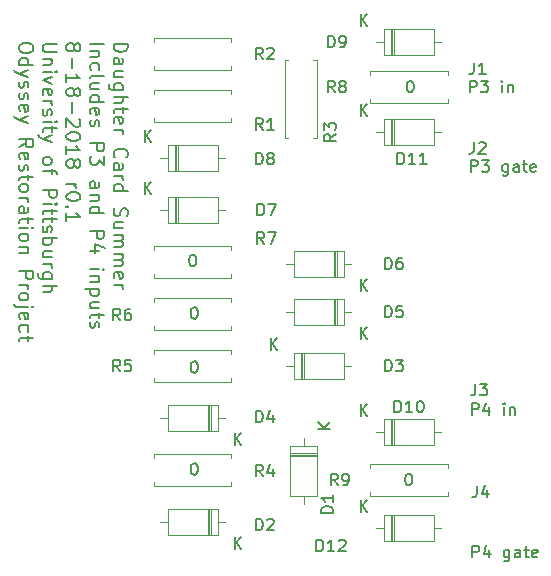
<source format=gbr>
G04 #@! TF.GenerationSoftware,KiCad,Pcbnew,(2017-12-21 revision 23d71cfa9)-makepkg*
G04 #@! TF.CreationDate,2018-08-18T14:34:20-04:00*
G04 #@! TF.ProjectId,OdysseyDaughterCardSummer,4F647973736579446175676874657243,0.1*
G04 #@! TF.SameCoordinates,Original*
G04 #@! TF.FileFunction,Legend,Top*
G04 #@! TF.FilePolarity,Positive*
%FSLAX46Y46*%
G04 Gerber Fmt 4.6, Leading zero omitted, Abs format (unit mm)*
G04 Created by KiCad (PCBNEW (2017-12-21 revision 23d71cfa9)-makepkg) date 08/18/18 14:34:20*
%MOMM*%
%LPD*%
G01*
G04 APERTURE LIST*
%ADD10C,0.150000*%
%ADD11C,0.200000*%
%ADD12C,0.120000*%
G04 APERTURE END LIST*
D10*
X164139904Y-123896380D02*
X164139904Y-122896380D01*
X164520857Y-122896380D01*
X164616095Y-122944000D01*
X164663714Y-122991619D01*
X164711333Y-123086857D01*
X164711333Y-123229714D01*
X164663714Y-123324952D01*
X164616095Y-123372571D01*
X164520857Y-123420190D01*
X164139904Y-123420190D01*
X165568476Y-123229714D02*
X165568476Y-123896380D01*
X165330380Y-122848761D02*
X165092285Y-123563047D01*
X165711333Y-123563047D01*
X167282761Y-123229714D02*
X167282761Y-124039238D01*
X167235142Y-124134476D01*
X167187523Y-124182095D01*
X167092285Y-124229714D01*
X166949428Y-124229714D01*
X166854190Y-124182095D01*
X167282761Y-123848761D02*
X167187523Y-123896380D01*
X166997047Y-123896380D01*
X166901809Y-123848761D01*
X166854190Y-123801142D01*
X166806571Y-123705904D01*
X166806571Y-123420190D01*
X166854190Y-123324952D01*
X166901809Y-123277333D01*
X166997047Y-123229714D01*
X167187523Y-123229714D01*
X167282761Y-123277333D01*
X168187523Y-123896380D02*
X168187523Y-123372571D01*
X168139904Y-123277333D01*
X168044666Y-123229714D01*
X167854190Y-123229714D01*
X167758952Y-123277333D01*
X168187523Y-123848761D02*
X168092285Y-123896380D01*
X167854190Y-123896380D01*
X167758952Y-123848761D01*
X167711333Y-123753523D01*
X167711333Y-123658285D01*
X167758952Y-123563047D01*
X167854190Y-123515428D01*
X168092285Y-123515428D01*
X168187523Y-123467809D01*
X168520857Y-123229714D02*
X168901809Y-123229714D01*
X168663714Y-122896380D02*
X168663714Y-123753523D01*
X168711333Y-123848761D01*
X168806571Y-123896380D01*
X168901809Y-123896380D01*
X169616095Y-123848761D02*
X169520857Y-123896380D01*
X169330380Y-123896380D01*
X169235142Y-123848761D01*
X169187523Y-123753523D01*
X169187523Y-123372571D01*
X169235142Y-123277333D01*
X169330380Y-123229714D01*
X169520857Y-123229714D01*
X169616095Y-123277333D01*
X169663714Y-123372571D01*
X169663714Y-123467809D01*
X169187523Y-123563047D01*
X164099952Y-111831380D02*
X164099952Y-110831380D01*
X164480904Y-110831380D01*
X164576142Y-110879000D01*
X164623761Y-110926619D01*
X164671380Y-111021857D01*
X164671380Y-111164714D01*
X164623761Y-111259952D01*
X164576142Y-111307571D01*
X164480904Y-111355190D01*
X164099952Y-111355190D01*
X165528523Y-111164714D02*
X165528523Y-111831380D01*
X165290428Y-110783761D02*
X165052333Y-111498047D01*
X165671380Y-111498047D01*
X166814237Y-111831380D02*
X166814237Y-111164714D01*
X166814237Y-110831380D02*
X166766618Y-110879000D01*
X166814237Y-110926619D01*
X166861856Y-110879000D01*
X166814237Y-110831380D01*
X166814237Y-110926619D01*
X167290428Y-111164714D02*
X167290428Y-111831380D01*
X167290428Y-111259952D02*
X167338047Y-111212333D01*
X167433285Y-111164714D01*
X167576142Y-111164714D01*
X167671380Y-111212333D01*
X167718999Y-111307571D01*
X167718999Y-111831380D01*
X164012904Y-91257380D02*
X164012904Y-90257380D01*
X164393857Y-90257380D01*
X164489095Y-90305000D01*
X164536714Y-90352619D01*
X164584333Y-90447857D01*
X164584333Y-90590714D01*
X164536714Y-90685952D01*
X164489095Y-90733571D01*
X164393857Y-90781190D01*
X164012904Y-90781190D01*
X164917666Y-90257380D02*
X165536714Y-90257380D01*
X165203380Y-90638333D01*
X165346238Y-90638333D01*
X165441476Y-90685952D01*
X165489095Y-90733571D01*
X165536714Y-90828809D01*
X165536714Y-91066904D01*
X165489095Y-91162142D01*
X165441476Y-91209761D01*
X165346238Y-91257380D01*
X165060523Y-91257380D01*
X164965285Y-91209761D01*
X164917666Y-91162142D01*
X167155761Y-90590714D02*
X167155761Y-91400238D01*
X167108142Y-91495476D01*
X167060523Y-91543095D01*
X166965285Y-91590714D01*
X166822428Y-91590714D01*
X166727190Y-91543095D01*
X167155761Y-91209761D02*
X167060523Y-91257380D01*
X166870047Y-91257380D01*
X166774809Y-91209761D01*
X166727190Y-91162142D01*
X166679571Y-91066904D01*
X166679571Y-90781190D01*
X166727190Y-90685952D01*
X166774809Y-90638333D01*
X166870047Y-90590714D01*
X167060523Y-90590714D01*
X167155761Y-90638333D01*
X168060523Y-91257380D02*
X168060523Y-90733571D01*
X168012904Y-90638333D01*
X167917666Y-90590714D01*
X167727190Y-90590714D01*
X167631952Y-90638333D01*
X168060523Y-91209761D02*
X167965285Y-91257380D01*
X167727190Y-91257380D01*
X167631952Y-91209761D01*
X167584333Y-91114523D01*
X167584333Y-91019285D01*
X167631952Y-90924047D01*
X167727190Y-90876428D01*
X167965285Y-90876428D01*
X168060523Y-90828809D01*
X168393857Y-90590714D02*
X168774809Y-90590714D01*
X168536714Y-90257380D02*
X168536714Y-91114523D01*
X168584333Y-91209761D01*
X168679571Y-91257380D01*
X168774809Y-91257380D01*
X169489095Y-91209761D02*
X169393857Y-91257380D01*
X169203380Y-91257380D01*
X169108142Y-91209761D01*
X169060523Y-91114523D01*
X169060523Y-90733571D01*
X169108142Y-90638333D01*
X169203380Y-90590714D01*
X169393857Y-90590714D01*
X169489095Y-90638333D01*
X169536714Y-90733571D01*
X169536714Y-90828809D01*
X169060523Y-90924047D01*
X163925476Y-84526380D02*
X163925476Y-83526380D01*
X164306428Y-83526380D01*
X164401666Y-83574000D01*
X164449285Y-83621619D01*
X164496904Y-83716857D01*
X164496904Y-83859714D01*
X164449285Y-83954952D01*
X164401666Y-84002571D01*
X164306428Y-84050190D01*
X163925476Y-84050190D01*
X164830238Y-83526380D02*
X165449285Y-83526380D01*
X165115952Y-83907333D01*
X165258809Y-83907333D01*
X165354047Y-83954952D01*
X165401666Y-84002571D01*
X165449285Y-84097809D01*
X165449285Y-84335904D01*
X165401666Y-84431142D01*
X165354047Y-84478761D01*
X165258809Y-84526380D01*
X164973095Y-84526380D01*
X164877857Y-84478761D01*
X164830238Y-84431142D01*
X166639761Y-84526380D02*
X166639761Y-83859714D01*
X166639761Y-83526380D02*
X166592142Y-83574000D01*
X166639761Y-83621619D01*
X166687380Y-83574000D01*
X166639761Y-83526380D01*
X166639761Y-83621619D01*
X167115952Y-83859714D02*
X167115952Y-84526380D01*
X167115952Y-83954952D02*
X167163571Y-83907333D01*
X167258809Y-83859714D01*
X167401666Y-83859714D01*
X167496904Y-83907333D01*
X167544523Y-84002571D01*
X167544523Y-84526380D01*
D11*
X133759142Y-80425714D02*
X134959142Y-80425714D01*
X134959142Y-80711428D01*
X134902000Y-80882857D01*
X134787714Y-80997142D01*
X134673428Y-81054285D01*
X134444857Y-81111428D01*
X134273428Y-81111428D01*
X134044857Y-81054285D01*
X133930571Y-80997142D01*
X133816285Y-80882857D01*
X133759142Y-80711428D01*
X133759142Y-80425714D01*
X133759142Y-82140000D02*
X134387714Y-82140000D01*
X134502000Y-82082857D01*
X134559142Y-81968571D01*
X134559142Y-81740000D01*
X134502000Y-81625714D01*
X133816285Y-82140000D02*
X133759142Y-82025714D01*
X133759142Y-81740000D01*
X133816285Y-81625714D01*
X133930571Y-81568571D01*
X134044857Y-81568571D01*
X134159142Y-81625714D01*
X134216285Y-81740000D01*
X134216285Y-82025714D01*
X134273428Y-82140000D01*
X134559142Y-83225714D02*
X133759142Y-83225714D01*
X134559142Y-82711428D02*
X133930571Y-82711428D01*
X133816285Y-82768571D01*
X133759142Y-82882857D01*
X133759142Y-83054285D01*
X133816285Y-83168571D01*
X133873428Y-83225714D01*
X134559142Y-84311428D02*
X133587714Y-84311428D01*
X133473428Y-84254285D01*
X133416285Y-84197142D01*
X133359142Y-84082857D01*
X133359142Y-83911428D01*
X133416285Y-83797142D01*
X133816285Y-84311428D02*
X133759142Y-84197142D01*
X133759142Y-83968571D01*
X133816285Y-83854285D01*
X133873428Y-83797142D01*
X133987714Y-83740000D01*
X134330571Y-83740000D01*
X134444857Y-83797142D01*
X134502000Y-83854285D01*
X134559142Y-83968571D01*
X134559142Y-84197142D01*
X134502000Y-84311428D01*
X133759142Y-84882857D02*
X134959142Y-84882857D01*
X133759142Y-85397142D02*
X134387714Y-85397142D01*
X134502000Y-85340000D01*
X134559142Y-85225714D01*
X134559142Y-85054285D01*
X134502000Y-84940000D01*
X134444857Y-84882857D01*
X134559142Y-85797142D02*
X134559142Y-86254285D01*
X134959142Y-85968571D02*
X133930571Y-85968571D01*
X133816285Y-86025714D01*
X133759142Y-86140000D01*
X133759142Y-86254285D01*
X133816285Y-87111428D02*
X133759142Y-86997142D01*
X133759142Y-86768571D01*
X133816285Y-86654285D01*
X133930571Y-86597142D01*
X134387714Y-86597142D01*
X134502000Y-86654285D01*
X134559142Y-86768571D01*
X134559142Y-86997142D01*
X134502000Y-87111428D01*
X134387714Y-87168571D01*
X134273428Y-87168571D01*
X134159142Y-86597142D01*
X133759142Y-87682857D02*
X134559142Y-87682857D01*
X134330571Y-87682857D02*
X134444857Y-87740000D01*
X134502000Y-87797142D01*
X134559142Y-87911428D01*
X134559142Y-88025714D01*
X133873428Y-90025714D02*
X133816285Y-89968571D01*
X133759142Y-89797142D01*
X133759142Y-89682857D01*
X133816285Y-89511428D01*
X133930571Y-89397142D01*
X134044857Y-89340000D01*
X134273428Y-89282857D01*
X134444857Y-89282857D01*
X134673428Y-89340000D01*
X134787714Y-89397142D01*
X134902000Y-89511428D01*
X134959142Y-89682857D01*
X134959142Y-89797142D01*
X134902000Y-89968571D01*
X134844857Y-90025714D01*
X133759142Y-91054285D02*
X134387714Y-91054285D01*
X134502000Y-90997142D01*
X134559142Y-90882857D01*
X134559142Y-90654285D01*
X134502000Y-90540000D01*
X133816285Y-91054285D02*
X133759142Y-90940000D01*
X133759142Y-90654285D01*
X133816285Y-90540000D01*
X133930571Y-90482857D01*
X134044857Y-90482857D01*
X134159142Y-90540000D01*
X134216285Y-90654285D01*
X134216285Y-90940000D01*
X134273428Y-91054285D01*
X133759142Y-91625714D02*
X134559142Y-91625714D01*
X134330571Y-91625714D02*
X134444857Y-91682857D01*
X134502000Y-91740000D01*
X134559142Y-91854285D01*
X134559142Y-91968571D01*
X133759142Y-92882857D02*
X134959142Y-92882857D01*
X133816285Y-92882857D02*
X133759142Y-92768571D01*
X133759142Y-92540000D01*
X133816285Y-92425714D01*
X133873428Y-92368571D01*
X133987714Y-92311428D01*
X134330571Y-92311428D01*
X134444857Y-92368571D01*
X134502000Y-92425714D01*
X134559142Y-92540000D01*
X134559142Y-92768571D01*
X134502000Y-92882857D01*
X133816285Y-94311428D02*
X133759142Y-94482857D01*
X133759142Y-94768571D01*
X133816285Y-94882857D01*
X133873428Y-94940000D01*
X133987714Y-94997142D01*
X134102000Y-94997142D01*
X134216285Y-94940000D01*
X134273428Y-94882857D01*
X134330571Y-94768571D01*
X134387714Y-94540000D01*
X134444857Y-94425714D01*
X134502000Y-94368571D01*
X134616285Y-94311428D01*
X134730571Y-94311428D01*
X134844857Y-94368571D01*
X134902000Y-94425714D01*
X134959142Y-94540000D01*
X134959142Y-94825714D01*
X134902000Y-94997142D01*
X134559142Y-96025714D02*
X133759142Y-96025714D01*
X134559142Y-95511428D02*
X133930571Y-95511428D01*
X133816285Y-95568571D01*
X133759142Y-95682857D01*
X133759142Y-95854285D01*
X133816285Y-95968571D01*
X133873428Y-96025714D01*
X133759142Y-96597142D02*
X134559142Y-96597142D01*
X134444857Y-96597142D02*
X134502000Y-96654285D01*
X134559142Y-96768571D01*
X134559142Y-96940000D01*
X134502000Y-97054285D01*
X134387714Y-97111428D01*
X133759142Y-97111428D01*
X134387714Y-97111428D02*
X134502000Y-97168571D01*
X134559142Y-97282857D01*
X134559142Y-97454285D01*
X134502000Y-97568571D01*
X134387714Y-97625714D01*
X133759142Y-97625714D01*
X133759142Y-98197142D02*
X134559142Y-98197142D01*
X134444857Y-98197142D02*
X134502000Y-98254285D01*
X134559142Y-98368571D01*
X134559142Y-98540000D01*
X134502000Y-98654285D01*
X134387714Y-98711428D01*
X133759142Y-98711428D01*
X134387714Y-98711428D02*
X134502000Y-98768571D01*
X134559142Y-98882857D01*
X134559142Y-99054285D01*
X134502000Y-99168571D01*
X134387714Y-99225714D01*
X133759142Y-99225714D01*
X133816285Y-100254285D02*
X133759142Y-100140000D01*
X133759142Y-99911428D01*
X133816285Y-99797142D01*
X133930571Y-99740000D01*
X134387714Y-99740000D01*
X134502000Y-99797142D01*
X134559142Y-99911428D01*
X134559142Y-100140000D01*
X134502000Y-100254285D01*
X134387714Y-100311428D01*
X134273428Y-100311428D01*
X134159142Y-99740000D01*
X133759142Y-100825714D02*
X134559142Y-100825714D01*
X134330571Y-100825714D02*
X134444857Y-100882857D01*
X134502000Y-100940000D01*
X134559142Y-101054285D01*
X134559142Y-101168571D01*
X131759142Y-80425714D02*
X132959142Y-80425714D01*
X132559142Y-80997142D02*
X131759142Y-80997142D01*
X132444857Y-80997142D02*
X132502000Y-81054285D01*
X132559142Y-81168571D01*
X132559142Y-81340000D01*
X132502000Y-81454285D01*
X132387714Y-81511428D01*
X131759142Y-81511428D01*
X131816285Y-82597142D02*
X131759142Y-82482857D01*
X131759142Y-82254285D01*
X131816285Y-82140000D01*
X131873428Y-82082857D01*
X131987714Y-82025714D01*
X132330571Y-82025714D01*
X132444857Y-82082857D01*
X132502000Y-82140000D01*
X132559142Y-82254285D01*
X132559142Y-82482857D01*
X132502000Y-82597142D01*
X131759142Y-83282857D02*
X131816285Y-83168571D01*
X131930571Y-83111428D01*
X132959142Y-83111428D01*
X132559142Y-84254285D02*
X131759142Y-84254285D01*
X132559142Y-83740000D02*
X131930571Y-83740000D01*
X131816285Y-83797142D01*
X131759142Y-83911428D01*
X131759142Y-84082857D01*
X131816285Y-84197142D01*
X131873428Y-84254285D01*
X131759142Y-85340000D02*
X132959142Y-85340000D01*
X131816285Y-85340000D02*
X131759142Y-85225714D01*
X131759142Y-84997142D01*
X131816285Y-84882857D01*
X131873428Y-84825714D01*
X131987714Y-84768571D01*
X132330571Y-84768571D01*
X132444857Y-84825714D01*
X132502000Y-84882857D01*
X132559142Y-84997142D01*
X132559142Y-85225714D01*
X132502000Y-85340000D01*
X131816285Y-86368571D02*
X131759142Y-86254285D01*
X131759142Y-86025714D01*
X131816285Y-85911428D01*
X131930571Y-85854285D01*
X132387714Y-85854285D01*
X132502000Y-85911428D01*
X132559142Y-86025714D01*
X132559142Y-86254285D01*
X132502000Y-86368571D01*
X132387714Y-86425714D01*
X132273428Y-86425714D01*
X132159142Y-85854285D01*
X131816285Y-86882857D02*
X131759142Y-86997142D01*
X131759142Y-87225714D01*
X131816285Y-87340000D01*
X131930571Y-87397142D01*
X131987714Y-87397142D01*
X132102000Y-87340000D01*
X132159142Y-87225714D01*
X132159142Y-87054285D01*
X132216285Y-86940000D01*
X132330571Y-86882857D01*
X132387714Y-86882857D01*
X132502000Y-86940000D01*
X132559142Y-87054285D01*
X132559142Y-87225714D01*
X132502000Y-87340000D01*
X131759142Y-88825714D02*
X132959142Y-88825714D01*
X132959142Y-89282857D01*
X132902000Y-89397142D01*
X132844857Y-89454285D01*
X132730571Y-89511428D01*
X132559142Y-89511428D01*
X132444857Y-89454285D01*
X132387714Y-89397142D01*
X132330571Y-89282857D01*
X132330571Y-88825714D01*
X132959142Y-89911428D02*
X132959142Y-90654285D01*
X132502000Y-90254285D01*
X132502000Y-90425714D01*
X132444857Y-90540000D01*
X132387714Y-90597142D01*
X132273428Y-90654285D01*
X131987714Y-90654285D01*
X131873428Y-90597142D01*
X131816285Y-90540000D01*
X131759142Y-90425714D01*
X131759142Y-90082857D01*
X131816285Y-89968571D01*
X131873428Y-89911428D01*
X131759142Y-92597142D02*
X132387714Y-92597142D01*
X132502000Y-92540000D01*
X132559142Y-92425714D01*
X132559142Y-92197142D01*
X132502000Y-92082857D01*
X131816285Y-92597142D02*
X131759142Y-92482857D01*
X131759142Y-92197142D01*
X131816285Y-92082857D01*
X131930571Y-92025714D01*
X132044857Y-92025714D01*
X132159142Y-92082857D01*
X132216285Y-92197142D01*
X132216285Y-92482857D01*
X132273428Y-92597142D01*
X132559142Y-93168571D02*
X131759142Y-93168571D01*
X132444857Y-93168571D02*
X132502000Y-93225714D01*
X132559142Y-93340000D01*
X132559142Y-93511428D01*
X132502000Y-93625714D01*
X132387714Y-93682857D01*
X131759142Y-93682857D01*
X131759142Y-94768571D02*
X132959142Y-94768571D01*
X131816285Y-94768571D02*
X131759142Y-94654285D01*
X131759142Y-94425714D01*
X131816285Y-94311428D01*
X131873428Y-94254285D01*
X131987714Y-94197142D01*
X132330571Y-94197142D01*
X132444857Y-94254285D01*
X132502000Y-94311428D01*
X132559142Y-94425714D01*
X132559142Y-94654285D01*
X132502000Y-94768571D01*
X131759142Y-96254285D02*
X132959142Y-96254285D01*
X132959142Y-96711428D01*
X132902000Y-96825714D01*
X132844857Y-96882857D01*
X132730571Y-96940000D01*
X132559142Y-96940000D01*
X132444857Y-96882857D01*
X132387714Y-96825714D01*
X132330571Y-96711428D01*
X132330571Y-96254285D01*
X132559142Y-97968571D02*
X131759142Y-97968571D01*
X133016285Y-97682857D02*
X132159142Y-97397142D01*
X132159142Y-98140000D01*
X131759142Y-99511428D02*
X132559142Y-99511428D01*
X132959142Y-99511428D02*
X132902000Y-99454285D01*
X132844857Y-99511428D01*
X132902000Y-99568571D01*
X132959142Y-99511428D01*
X132844857Y-99511428D01*
X132559142Y-100082857D02*
X131759142Y-100082857D01*
X132444857Y-100082857D02*
X132502000Y-100140000D01*
X132559142Y-100254285D01*
X132559142Y-100425714D01*
X132502000Y-100540000D01*
X132387714Y-100597142D01*
X131759142Y-100597142D01*
X132559142Y-101168571D02*
X131359142Y-101168571D01*
X132502000Y-101168571D02*
X132559142Y-101282857D01*
X132559142Y-101511428D01*
X132502000Y-101625714D01*
X132444857Y-101682857D01*
X132330571Y-101740000D01*
X131987714Y-101740000D01*
X131873428Y-101682857D01*
X131816285Y-101625714D01*
X131759142Y-101511428D01*
X131759142Y-101282857D01*
X131816285Y-101168571D01*
X132559142Y-102768571D02*
X131759142Y-102768571D01*
X132559142Y-102254285D02*
X131930571Y-102254285D01*
X131816285Y-102311428D01*
X131759142Y-102425714D01*
X131759142Y-102597142D01*
X131816285Y-102711428D01*
X131873428Y-102768571D01*
X132559142Y-103168571D02*
X132559142Y-103625714D01*
X132959142Y-103340000D02*
X131930571Y-103340000D01*
X131816285Y-103397142D01*
X131759142Y-103511428D01*
X131759142Y-103625714D01*
X131816285Y-103968571D02*
X131759142Y-104082857D01*
X131759142Y-104311428D01*
X131816285Y-104425714D01*
X131930571Y-104482857D01*
X131987714Y-104482857D01*
X132102000Y-104425714D01*
X132159142Y-104311428D01*
X132159142Y-104140000D01*
X132216285Y-104025714D01*
X132330571Y-103968571D01*
X132387714Y-103968571D01*
X132502000Y-104025714D01*
X132559142Y-104140000D01*
X132559142Y-104311428D01*
X132502000Y-104425714D01*
X130444857Y-80597142D02*
X130502000Y-80482857D01*
X130559142Y-80425714D01*
X130673428Y-80368571D01*
X130730571Y-80368571D01*
X130844857Y-80425714D01*
X130902000Y-80482857D01*
X130959142Y-80597142D01*
X130959142Y-80825714D01*
X130902000Y-80940000D01*
X130844857Y-80997142D01*
X130730571Y-81054285D01*
X130673428Y-81054285D01*
X130559142Y-80997142D01*
X130502000Y-80940000D01*
X130444857Y-80825714D01*
X130444857Y-80597142D01*
X130387714Y-80482857D01*
X130330571Y-80425714D01*
X130216285Y-80368571D01*
X129987714Y-80368571D01*
X129873428Y-80425714D01*
X129816285Y-80482857D01*
X129759142Y-80597142D01*
X129759142Y-80825714D01*
X129816285Y-80940000D01*
X129873428Y-80997142D01*
X129987714Y-81054285D01*
X130216285Y-81054285D01*
X130330571Y-80997142D01*
X130387714Y-80940000D01*
X130444857Y-80825714D01*
X130216285Y-81568571D02*
X130216285Y-82482857D01*
X129759142Y-83682857D02*
X129759142Y-82997142D01*
X129759142Y-83340000D02*
X130959142Y-83340000D01*
X130787714Y-83225714D01*
X130673428Y-83111428D01*
X130616285Y-82997142D01*
X130444857Y-84368571D02*
X130502000Y-84254285D01*
X130559142Y-84197142D01*
X130673428Y-84140000D01*
X130730571Y-84140000D01*
X130844857Y-84197142D01*
X130902000Y-84254285D01*
X130959142Y-84368571D01*
X130959142Y-84597142D01*
X130902000Y-84711428D01*
X130844857Y-84768571D01*
X130730571Y-84825714D01*
X130673428Y-84825714D01*
X130559142Y-84768571D01*
X130502000Y-84711428D01*
X130444857Y-84597142D01*
X130444857Y-84368571D01*
X130387714Y-84254285D01*
X130330571Y-84197142D01*
X130216285Y-84140000D01*
X129987714Y-84140000D01*
X129873428Y-84197142D01*
X129816285Y-84254285D01*
X129759142Y-84368571D01*
X129759142Y-84597142D01*
X129816285Y-84711428D01*
X129873428Y-84768571D01*
X129987714Y-84825714D01*
X130216285Y-84825714D01*
X130330571Y-84768571D01*
X130387714Y-84711428D01*
X130444857Y-84597142D01*
X130216285Y-85340000D02*
X130216285Y-86254285D01*
X130844857Y-86768571D02*
X130902000Y-86825714D01*
X130959142Y-86940000D01*
X130959142Y-87225714D01*
X130902000Y-87340000D01*
X130844857Y-87397142D01*
X130730571Y-87454285D01*
X130616285Y-87454285D01*
X130444857Y-87397142D01*
X129759142Y-86711428D01*
X129759142Y-87454285D01*
X130959142Y-88197142D02*
X130959142Y-88311428D01*
X130902000Y-88425714D01*
X130844857Y-88482857D01*
X130730571Y-88540000D01*
X130502000Y-88597142D01*
X130216285Y-88597142D01*
X129987714Y-88540000D01*
X129873428Y-88482857D01*
X129816285Y-88425714D01*
X129759142Y-88311428D01*
X129759142Y-88197142D01*
X129816285Y-88082857D01*
X129873428Y-88025714D01*
X129987714Y-87968571D01*
X130216285Y-87911428D01*
X130502000Y-87911428D01*
X130730571Y-87968571D01*
X130844857Y-88025714D01*
X130902000Y-88082857D01*
X130959142Y-88197142D01*
X129759142Y-89740000D02*
X129759142Y-89054285D01*
X129759142Y-89397142D02*
X130959142Y-89397142D01*
X130787714Y-89282857D01*
X130673428Y-89168571D01*
X130616285Y-89054285D01*
X130444857Y-90425714D02*
X130502000Y-90311428D01*
X130559142Y-90254285D01*
X130673428Y-90197142D01*
X130730571Y-90197142D01*
X130844857Y-90254285D01*
X130902000Y-90311428D01*
X130959142Y-90425714D01*
X130959142Y-90654285D01*
X130902000Y-90768571D01*
X130844857Y-90825714D01*
X130730571Y-90882857D01*
X130673428Y-90882857D01*
X130559142Y-90825714D01*
X130502000Y-90768571D01*
X130444857Y-90654285D01*
X130444857Y-90425714D01*
X130387714Y-90311428D01*
X130330571Y-90254285D01*
X130216285Y-90197142D01*
X129987714Y-90197142D01*
X129873428Y-90254285D01*
X129816285Y-90311428D01*
X129759142Y-90425714D01*
X129759142Y-90654285D01*
X129816285Y-90768571D01*
X129873428Y-90825714D01*
X129987714Y-90882857D01*
X130216285Y-90882857D01*
X130330571Y-90825714D01*
X130387714Y-90768571D01*
X130444857Y-90654285D01*
X129759142Y-92311428D02*
X130559142Y-92311428D01*
X130330571Y-92311428D02*
X130444857Y-92368571D01*
X130502000Y-92425714D01*
X130559142Y-92540000D01*
X130559142Y-92654285D01*
X130959142Y-93282857D02*
X130959142Y-93397142D01*
X130902000Y-93511428D01*
X130844857Y-93568571D01*
X130730571Y-93625714D01*
X130502000Y-93682857D01*
X130216285Y-93682857D01*
X129987714Y-93625714D01*
X129873428Y-93568571D01*
X129816285Y-93511428D01*
X129759142Y-93397142D01*
X129759142Y-93282857D01*
X129816285Y-93168571D01*
X129873428Y-93111428D01*
X129987714Y-93054285D01*
X130216285Y-92997142D01*
X130502000Y-92997142D01*
X130730571Y-93054285D01*
X130844857Y-93111428D01*
X130902000Y-93168571D01*
X130959142Y-93282857D01*
X129873428Y-94197142D02*
X129816285Y-94254285D01*
X129759142Y-94197142D01*
X129816285Y-94140000D01*
X129873428Y-94197142D01*
X129759142Y-94197142D01*
X129759142Y-95397142D02*
X129759142Y-94711428D01*
X129759142Y-95054285D02*
X130959142Y-95054285D01*
X130787714Y-94940000D01*
X130673428Y-94825714D01*
X130616285Y-94711428D01*
X128959142Y-80425714D02*
X127987714Y-80425714D01*
X127873428Y-80482857D01*
X127816285Y-80540000D01*
X127759142Y-80654285D01*
X127759142Y-80882857D01*
X127816285Y-80997142D01*
X127873428Y-81054285D01*
X127987714Y-81111428D01*
X128959142Y-81111428D01*
X128559142Y-81682857D02*
X127759142Y-81682857D01*
X128444857Y-81682857D02*
X128502000Y-81740000D01*
X128559142Y-81854285D01*
X128559142Y-82025714D01*
X128502000Y-82140000D01*
X128387714Y-82197142D01*
X127759142Y-82197142D01*
X127759142Y-82768571D02*
X128559142Y-82768571D01*
X128959142Y-82768571D02*
X128902000Y-82711428D01*
X128844857Y-82768571D01*
X128902000Y-82825714D01*
X128959142Y-82768571D01*
X128844857Y-82768571D01*
X128559142Y-83225714D02*
X127759142Y-83511428D01*
X128559142Y-83797142D01*
X127816285Y-84711428D02*
X127759142Y-84597142D01*
X127759142Y-84368571D01*
X127816285Y-84254285D01*
X127930571Y-84197142D01*
X128387714Y-84197142D01*
X128502000Y-84254285D01*
X128559142Y-84368571D01*
X128559142Y-84597142D01*
X128502000Y-84711428D01*
X128387714Y-84768571D01*
X128273428Y-84768571D01*
X128159142Y-84197142D01*
X127759142Y-85282857D02*
X128559142Y-85282857D01*
X128330571Y-85282857D02*
X128444857Y-85340000D01*
X128502000Y-85397142D01*
X128559142Y-85511428D01*
X128559142Y-85625714D01*
X127816285Y-85968571D02*
X127759142Y-86082857D01*
X127759142Y-86311428D01*
X127816285Y-86425714D01*
X127930571Y-86482857D01*
X127987714Y-86482857D01*
X128102000Y-86425714D01*
X128159142Y-86311428D01*
X128159142Y-86140000D01*
X128216285Y-86025714D01*
X128330571Y-85968571D01*
X128387714Y-85968571D01*
X128502000Y-86025714D01*
X128559142Y-86140000D01*
X128559142Y-86311428D01*
X128502000Y-86425714D01*
X127759142Y-86997142D02*
X128559142Y-86997142D01*
X128959142Y-86997142D02*
X128902000Y-86940000D01*
X128844857Y-86997142D01*
X128902000Y-87054285D01*
X128959142Y-86997142D01*
X128844857Y-86997142D01*
X128559142Y-87397142D02*
X128559142Y-87854285D01*
X128959142Y-87568571D02*
X127930571Y-87568571D01*
X127816285Y-87625714D01*
X127759142Y-87740000D01*
X127759142Y-87854285D01*
X128559142Y-88140000D02*
X127759142Y-88425714D01*
X128559142Y-88711428D02*
X127759142Y-88425714D01*
X127473428Y-88311428D01*
X127416285Y-88254285D01*
X127359142Y-88140000D01*
X127759142Y-90254285D02*
X127816285Y-90140000D01*
X127873428Y-90082857D01*
X127987714Y-90025714D01*
X128330571Y-90025714D01*
X128444857Y-90082857D01*
X128502000Y-90140000D01*
X128559142Y-90254285D01*
X128559142Y-90425714D01*
X128502000Y-90540000D01*
X128444857Y-90597142D01*
X128330571Y-90654285D01*
X127987714Y-90654285D01*
X127873428Y-90597142D01*
X127816285Y-90540000D01*
X127759142Y-90425714D01*
X127759142Y-90254285D01*
X128559142Y-90997142D02*
X128559142Y-91454285D01*
X127759142Y-91168571D02*
X128787714Y-91168571D01*
X128902000Y-91225714D01*
X128959142Y-91340000D01*
X128959142Y-91454285D01*
X127759142Y-92768571D02*
X128959142Y-92768571D01*
X128959142Y-93225714D01*
X128902000Y-93340000D01*
X128844857Y-93397142D01*
X128730571Y-93454285D01*
X128559142Y-93454285D01*
X128444857Y-93397142D01*
X128387714Y-93340000D01*
X128330571Y-93225714D01*
X128330571Y-92768571D01*
X127759142Y-93968571D02*
X128559142Y-93968571D01*
X128959142Y-93968571D02*
X128902000Y-93911428D01*
X128844857Y-93968571D01*
X128902000Y-94025714D01*
X128959142Y-93968571D01*
X128844857Y-93968571D01*
X128559142Y-94368571D02*
X128559142Y-94825714D01*
X128959142Y-94540000D02*
X127930571Y-94540000D01*
X127816285Y-94597142D01*
X127759142Y-94711428D01*
X127759142Y-94825714D01*
X128559142Y-95054285D02*
X128559142Y-95511428D01*
X128959142Y-95225714D02*
X127930571Y-95225714D01*
X127816285Y-95282857D01*
X127759142Y-95397142D01*
X127759142Y-95511428D01*
X127816285Y-95854285D02*
X127759142Y-95968571D01*
X127759142Y-96197142D01*
X127816285Y-96311428D01*
X127930571Y-96368571D01*
X127987714Y-96368571D01*
X128102000Y-96311428D01*
X128159142Y-96197142D01*
X128159142Y-96025714D01*
X128216285Y-95911428D01*
X128330571Y-95854285D01*
X128387714Y-95854285D01*
X128502000Y-95911428D01*
X128559142Y-96025714D01*
X128559142Y-96197142D01*
X128502000Y-96311428D01*
X127759142Y-96882857D02*
X128959142Y-96882857D01*
X128502000Y-96882857D02*
X128559142Y-96997142D01*
X128559142Y-97225714D01*
X128502000Y-97340000D01*
X128444857Y-97397142D01*
X128330571Y-97454285D01*
X127987714Y-97454285D01*
X127873428Y-97397142D01*
X127816285Y-97340000D01*
X127759142Y-97225714D01*
X127759142Y-96997142D01*
X127816285Y-96882857D01*
X128559142Y-98482857D02*
X127759142Y-98482857D01*
X128559142Y-97968571D02*
X127930571Y-97968571D01*
X127816285Y-98025714D01*
X127759142Y-98140000D01*
X127759142Y-98311428D01*
X127816285Y-98425714D01*
X127873428Y-98482857D01*
X127759142Y-99054285D02*
X128559142Y-99054285D01*
X128330571Y-99054285D02*
X128444857Y-99111428D01*
X128502000Y-99168571D01*
X128559142Y-99282857D01*
X128559142Y-99397142D01*
X128559142Y-100311428D02*
X127587714Y-100311428D01*
X127473428Y-100254285D01*
X127416285Y-100197142D01*
X127359142Y-100082857D01*
X127359142Y-99911428D01*
X127416285Y-99797142D01*
X127816285Y-100311428D02*
X127759142Y-100197142D01*
X127759142Y-99968571D01*
X127816285Y-99854285D01*
X127873428Y-99797142D01*
X127987714Y-99740000D01*
X128330571Y-99740000D01*
X128444857Y-99797142D01*
X128502000Y-99854285D01*
X128559142Y-99968571D01*
X128559142Y-100197142D01*
X128502000Y-100311428D01*
X127759142Y-100882857D02*
X128959142Y-100882857D01*
X127759142Y-101397142D02*
X128387714Y-101397142D01*
X128502000Y-101340000D01*
X128559142Y-101225714D01*
X128559142Y-101054285D01*
X128502000Y-100940000D01*
X128444857Y-100882857D01*
X126959142Y-80654285D02*
X126959142Y-80882857D01*
X126902000Y-80997142D01*
X126787714Y-81111428D01*
X126559142Y-81168571D01*
X126159142Y-81168571D01*
X125930571Y-81111428D01*
X125816285Y-80997142D01*
X125759142Y-80882857D01*
X125759142Y-80654285D01*
X125816285Y-80540000D01*
X125930571Y-80425714D01*
X126159142Y-80368571D01*
X126559142Y-80368571D01*
X126787714Y-80425714D01*
X126902000Y-80540000D01*
X126959142Y-80654285D01*
X125759142Y-82197142D02*
X126959142Y-82197142D01*
X125816285Y-82197142D02*
X125759142Y-82082857D01*
X125759142Y-81854285D01*
X125816285Y-81740000D01*
X125873428Y-81682857D01*
X125987714Y-81625714D01*
X126330571Y-81625714D01*
X126444857Y-81682857D01*
X126502000Y-81740000D01*
X126559142Y-81854285D01*
X126559142Y-82082857D01*
X126502000Y-82197142D01*
X126559142Y-82654285D02*
X125759142Y-82940000D01*
X126559142Y-83225714D02*
X125759142Y-82940000D01*
X125473428Y-82825714D01*
X125416285Y-82768571D01*
X125359142Y-82654285D01*
X125816285Y-83625714D02*
X125759142Y-83740000D01*
X125759142Y-83968571D01*
X125816285Y-84082857D01*
X125930571Y-84140000D01*
X125987714Y-84140000D01*
X126102000Y-84082857D01*
X126159142Y-83968571D01*
X126159142Y-83797142D01*
X126216285Y-83682857D01*
X126330571Y-83625714D01*
X126387714Y-83625714D01*
X126502000Y-83682857D01*
X126559142Y-83797142D01*
X126559142Y-83968571D01*
X126502000Y-84082857D01*
X125816285Y-84597142D02*
X125759142Y-84711428D01*
X125759142Y-84940000D01*
X125816285Y-85054285D01*
X125930571Y-85111428D01*
X125987714Y-85111428D01*
X126102000Y-85054285D01*
X126159142Y-84940000D01*
X126159142Y-84768571D01*
X126216285Y-84654285D01*
X126330571Y-84597142D01*
X126387714Y-84597142D01*
X126502000Y-84654285D01*
X126559142Y-84768571D01*
X126559142Y-84940000D01*
X126502000Y-85054285D01*
X125816285Y-86082857D02*
X125759142Y-85968571D01*
X125759142Y-85740000D01*
X125816285Y-85625714D01*
X125930571Y-85568571D01*
X126387714Y-85568571D01*
X126502000Y-85625714D01*
X126559142Y-85740000D01*
X126559142Y-85968571D01*
X126502000Y-86082857D01*
X126387714Y-86140000D01*
X126273428Y-86140000D01*
X126159142Y-85568571D01*
X126559142Y-86540000D02*
X125759142Y-86825714D01*
X126559142Y-87111428D02*
X125759142Y-86825714D01*
X125473428Y-86711428D01*
X125416285Y-86654285D01*
X125359142Y-86540000D01*
X125759142Y-89168571D02*
X126330571Y-88768571D01*
X125759142Y-88482857D02*
X126959142Y-88482857D01*
X126959142Y-88940000D01*
X126902000Y-89054285D01*
X126844857Y-89111428D01*
X126730571Y-89168571D01*
X126559142Y-89168571D01*
X126444857Y-89111428D01*
X126387714Y-89054285D01*
X126330571Y-88940000D01*
X126330571Y-88482857D01*
X125816285Y-90140000D02*
X125759142Y-90025714D01*
X125759142Y-89797142D01*
X125816285Y-89682857D01*
X125930571Y-89625714D01*
X126387714Y-89625714D01*
X126502000Y-89682857D01*
X126559142Y-89797142D01*
X126559142Y-90025714D01*
X126502000Y-90140000D01*
X126387714Y-90197142D01*
X126273428Y-90197142D01*
X126159142Y-89625714D01*
X125816285Y-90654285D02*
X125759142Y-90768571D01*
X125759142Y-90997142D01*
X125816285Y-91111428D01*
X125930571Y-91168571D01*
X125987714Y-91168571D01*
X126102000Y-91111428D01*
X126159142Y-90997142D01*
X126159142Y-90825714D01*
X126216285Y-90711428D01*
X126330571Y-90654285D01*
X126387714Y-90654285D01*
X126502000Y-90711428D01*
X126559142Y-90825714D01*
X126559142Y-90997142D01*
X126502000Y-91111428D01*
X126559142Y-91511428D02*
X126559142Y-91968571D01*
X126959142Y-91682857D02*
X125930571Y-91682857D01*
X125816285Y-91740000D01*
X125759142Y-91854285D01*
X125759142Y-91968571D01*
X125759142Y-92540000D02*
X125816285Y-92425714D01*
X125873428Y-92368571D01*
X125987714Y-92311428D01*
X126330571Y-92311428D01*
X126444857Y-92368571D01*
X126502000Y-92425714D01*
X126559142Y-92540000D01*
X126559142Y-92711428D01*
X126502000Y-92825714D01*
X126444857Y-92882857D01*
X126330571Y-92940000D01*
X125987714Y-92940000D01*
X125873428Y-92882857D01*
X125816285Y-92825714D01*
X125759142Y-92711428D01*
X125759142Y-92540000D01*
X125759142Y-93454285D02*
X126559142Y-93454285D01*
X126330571Y-93454285D02*
X126444857Y-93511428D01*
X126502000Y-93568571D01*
X126559142Y-93682857D01*
X126559142Y-93797142D01*
X125759142Y-94711428D02*
X126387714Y-94711428D01*
X126502000Y-94654285D01*
X126559142Y-94540000D01*
X126559142Y-94311428D01*
X126502000Y-94197142D01*
X125816285Y-94711428D02*
X125759142Y-94597142D01*
X125759142Y-94311428D01*
X125816285Y-94197142D01*
X125930571Y-94140000D01*
X126044857Y-94140000D01*
X126159142Y-94197142D01*
X126216285Y-94311428D01*
X126216285Y-94597142D01*
X126273428Y-94711428D01*
X126559142Y-95111428D02*
X126559142Y-95568571D01*
X126959142Y-95282857D02*
X125930571Y-95282857D01*
X125816285Y-95340000D01*
X125759142Y-95454285D01*
X125759142Y-95568571D01*
X125759142Y-95968571D02*
X126559142Y-95968571D01*
X126959142Y-95968571D02*
X126902000Y-95911428D01*
X126844857Y-95968571D01*
X126902000Y-96025714D01*
X126959142Y-95968571D01*
X126844857Y-95968571D01*
X125759142Y-96711428D02*
X125816285Y-96597142D01*
X125873428Y-96540000D01*
X125987714Y-96482857D01*
X126330571Y-96482857D01*
X126444857Y-96540000D01*
X126502000Y-96597142D01*
X126559142Y-96711428D01*
X126559142Y-96882857D01*
X126502000Y-96997142D01*
X126444857Y-97054285D01*
X126330571Y-97111428D01*
X125987714Y-97111428D01*
X125873428Y-97054285D01*
X125816285Y-96997142D01*
X125759142Y-96882857D01*
X125759142Y-96711428D01*
X126559142Y-97625714D02*
X125759142Y-97625714D01*
X126444857Y-97625714D02*
X126502000Y-97682857D01*
X126559142Y-97797142D01*
X126559142Y-97968571D01*
X126502000Y-98082857D01*
X126387714Y-98140000D01*
X125759142Y-98140000D01*
X125759142Y-99625714D02*
X126959142Y-99625714D01*
X126959142Y-100082857D01*
X126902000Y-100197142D01*
X126844857Y-100254285D01*
X126730571Y-100311428D01*
X126559142Y-100311428D01*
X126444857Y-100254285D01*
X126387714Y-100197142D01*
X126330571Y-100082857D01*
X126330571Y-99625714D01*
X125759142Y-100825714D02*
X126559142Y-100825714D01*
X126330571Y-100825714D02*
X126444857Y-100882857D01*
X126502000Y-100940000D01*
X126559142Y-101054285D01*
X126559142Y-101168571D01*
X125759142Y-101740000D02*
X125816285Y-101625714D01*
X125873428Y-101568571D01*
X125987714Y-101511428D01*
X126330571Y-101511428D01*
X126444857Y-101568571D01*
X126502000Y-101625714D01*
X126559142Y-101740000D01*
X126559142Y-101911428D01*
X126502000Y-102025714D01*
X126444857Y-102082857D01*
X126330571Y-102140000D01*
X125987714Y-102140000D01*
X125873428Y-102082857D01*
X125816285Y-102025714D01*
X125759142Y-101911428D01*
X125759142Y-101740000D01*
X126559142Y-102654285D02*
X125530571Y-102654285D01*
X125416285Y-102597142D01*
X125359142Y-102482857D01*
X125359142Y-102425714D01*
X126959142Y-102654285D02*
X126902000Y-102597142D01*
X126844857Y-102654285D01*
X126902000Y-102711428D01*
X126959142Y-102654285D01*
X126844857Y-102654285D01*
X125816285Y-103682857D02*
X125759142Y-103568571D01*
X125759142Y-103340000D01*
X125816285Y-103225714D01*
X125930571Y-103168571D01*
X126387714Y-103168571D01*
X126502000Y-103225714D01*
X126559142Y-103340000D01*
X126559142Y-103568571D01*
X126502000Y-103682857D01*
X126387714Y-103740000D01*
X126273428Y-103740000D01*
X126159142Y-103168571D01*
X125816285Y-104768571D02*
X125759142Y-104654285D01*
X125759142Y-104425714D01*
X125816285Y-104311428D01*
X125873428Y-104254285D01*
X125987714Y-104197142D01*
X126330571Y-104197142D01*
X126444857Y-104254285D01*
X126502000Y-104311428D01*
X126559142Y-104425714D01*
X126559142Y-104654285D01*
X126502000Y-104768571D01*
X126559142Y-105111428D02*
X126559142Y-105568571D01*
X126959142Y-105282857D02*
X125930571Y-105282857D01*
X125816285Y-105340000D01*
X125759142Y-105454285D01*
X125759142Y-105568571D01*
D12*
X156630000Y-79144000D02*
X156630000Y-81384000D01*
X156630000Y-81384000D02*
X160870000Y-81384000D01*
X160870000Y-81384000D02*
X160870000Y-79144000D01*
X160870000Y-79144000D02*
X156630000Y-79144000D01*
X155980000Y-80264000D02*
X156630000Y-80264000D01*
X161520000Y-80264000D02*
X160870000Y-80264000D01*
X157350000Y-79144000D02*
X157350000Y-81384000D01*
X157470000Y-79144000D02*
X157470000Y-81384000D01*
X157230000Y-79144000D02*
X157230000Y-81384000D01*
X150980000Y-115066000D02*
X148740000Y-115066000D01*
X150980000Y-115306000D02*
X148740000Y-115306000D01*
X150980000Y-115186000D02*
X148740000Y-115186000D01*
X149860000Y-119356000D02*
X149860000Y-118706000D01*
X149860000Y-113816000D02*
X149860000Y-114466000D01*
X150980000Y-118706000D02*
X150980000Y-114466000D01*
X148740000Y-118706000D02*
X150980000Y-118706000D01*
X148740000Y-114466000D02*
X148740000Y-118706000D01*
X150980000Y-114466000D02*
X148740000Y-114466000D01*
X141982000Y-122023994D02*
X141982000Y-119783994D01*
X141742000Y-122023994D02*
X141742000Y-119783994D01*
X141862000Y-122023994D02*
X141862000Y-119783994D01*
X137692000Y-120903994D02*
X138342000Y-120903994D01*
X143232000Y-120903994D02*
X142582000Y-120903994D01*
X138342000Y-122023994D02*
X142582000Y-122023994D01*
X138342000Y-119783994D02*
X138342000Y-122023994D01*
X142582000Y-119783994D02*
X138342000Y-119783994D01*
X142582000Y-122023994D02*
X142582000Y-119783994D01*
X149610000Y-106576000D02*
X149610000Y-108816000D01*
X149850000Y-106576000D02*
X149850000Y-108816000D01*
X149730000Y-106576000D02*
X149730000Y-108816000D01*
X153900000Y-107696000D02*
X153250000Y-107696000D01*
X148360000Y-107696000D02*
X149010000Y-107696000D01*
X153250000Y-106576000D02*
X149010000Y-106576000D01*
X153250000Y-108816000D02*
X153250000Y-106576000D01*
X149010000Y-108816000D02*
X153250000Y-108816000D01*
X149010000Y-106576000D02*
X149010000Y-108816000D01*
X141982000Y-113218662D02*
X141982000Y-110978662D01*
X141742000Y-113218662D02*
X141742000Y-110978662D01*
X141862000Y-113218662D02*
X141862000Y-110978662D01*
X137692000Y-112098662D02*
X138342000Y-112098662D01*
X143232000Y-112098662D02*
X142582000Y-112098662D01*
X138342000Y-113218662D02*
X142582000Y-113218662D01*
X138342000Y-110978662D02*
X138342000Y-113218662D01*
X142582000Y-110978662D02*
X138342000Y-110978662D01*
X142582000Y-113218662D02*
X142582000Y-110978662D01*
X152650000Y-104244000D02*
X152650000Y-102004000D01*
X152410000Y-104244000D02*
X152410000Y-102004000D01*
X152530000Y-104244000D02*
X152530000Y-102004000D01*
X148360000Y-103124000D02*
X149010000Y-103124000D01*
X153900000Y-103124000D02*
X153250000Y-103124000D01*
X149010000Y-104244000D02*
X153250000Y-104244000D01*
X149010000Y-102004000D02*
X149010000Y-104244000D01*
X153250000Y-102004000D02*
X149010000Y-102004000D01*
X153250000Y-104244000D02*
X153250000Y-102004000D01*
X153250000Y-100180000D02*
X153250000Y-97940000D01*
X153250000Y-97940000D02*
X149010000Y-97940000D01*
X149010000Y-97940000D02*
X149010000Y-100180000D01*
X149010000Y-100180000D02*
X153250000Y-100180000D01*
X153900000Y-99060000D02*
X153250000Y-99060000D01*
X148360000Y-99060000D02*
X149010000Y-99060000D01*
X152530000Y-100180000D02*
X152530000Y-97940000D01*
X152410000Y-100180000D02*
X152410000Y-97940000D01*
X152650000Y-100180000D02*
X152650000Y-97940000D01*
X138942000Y-93367998D02*
X138942000Y-95607998D01*
X139182000Y-93367998D02*
X139182000Y-95607998D01*
X139062000Y-93367998D02*
X139062000Y-95607998D01*
X143232000Y-94487998D02*
X142582000Y-94487998D01*
X137692000Y-94487998D02*
X138342000Y-94487998D01*
X142582000Y-93367998D02*
X138342000Y-93367998D01*
X142582000Y-95607998D02*
X142582000Y-93367998D01*
X138342000Y-95607998D02*
X142582000Y-95607998D01*
X138342000Y-93367998D02*
X138342000Y-95607998D01*
X138342000Y-88965332D02*
X138342000Y-91205332D01*
X138342000Y-91205332D02*
X142582000Y-91205332D01*
X142582000Y-91205332D02*
X142582000Y-88965332D01*
X142582000Y-88965332D02*
X138342000Y-88965332D01*
X137692000Y-90085332D02*
X138342000Y-90085332D01*
X143232000Y-90085332D02*
X142582000Y-90085332D01*
X139062000Y-88965332D02*
X139062000Y-91205332D01*
X139182000Y-88965332D02*
X139182000Y-91205332D01*
X138942000Y-88965332D02*
X138942000Y-91205332D01*
X157230000Y-112164000D02*
X157230000Y-114404000D01*
X157470000Y-112164000D02*
X157470000Y-114404000D01*
X157350000Y-112164000D02*
X157350000Y-114404000D01*
X161520000Y-113284000D02*
X160870000Y-113284000D01*
X155980000Y-113284000D02*
X156630000Y-113284000D01*
X160870000Y-112164000D02*
X156630000Y-112164000D01*
X160870000Y-114404000D02*
X160870000Y-112164000D01*
X156630000Y-114404000D02*
X160870000Y-114404000D01*
X156630000Y-112164000D02*
X156630000Y-114404000D01*
X156630000Y-86764000D02*
X156630000Y-89004000D01*
X156630000Y-89004000D02*
X160870000Y-89004000D01*
X160870000Y-89004000D02*
X160870000Y-86764000D01*
X160870000Y-86764000D02*
X156630000Y-86764000D01*
X155980000Y-87884000D02*
X156630000Y-87884000D01*
X161520000Y-87884000D02*
X160870000Y-87884000D01*
X157350000Y-86764000D02*
X157350000Y-89004000D01*
X157470000Y-86764000D02*
X157470000Y-89004000D01*
X157230000Y-86764000D02*
X157230000Y-89004000D01*
X157230000Y-120292000D02*
X157230000Y-122532000D01*
X157470000Y-120292000D02*
X157470000Y-122532000D01*
X157350000Y-120292000D02*
X157350000Y-122532000D01*
X161520000Y-121412000D02*
X160870000Y-121412000D01*
X155980000Y-121412000D02*
X156630000Y-121412000D01*
X160870000Y-120292000D02*
X156630000Y-120292000D01*
X160870000Y-122532000D02*
X160870000Y-120292000D01*
X156630000Y-122532000D02*
X160870000Y-122532000D01*
X156630000Y-120292000D02*
X156630000Y-122532000D01*
X143732000Y-87052666D02*
X143732000Y-86722666D01*
X137192000Y-87052666D02*
X143732000Y-87052666D01*
X137192000Y-86722666D02*
X137192000Y-87052666D01*
X143732000Y-84312666D02*
X143732000Y-84642666D01*
X137192000Y-84312666D02*
X143732000Y-84312666D01*
X137192000Y-84642666D02*
X137192000Y-84312666D01*
X137192000Y-79910000D02*
X137192000Y-80240000D01*
X143732000Y-79910000D02*
X137192000Y-79910000D01*
X143732000Y-80240000D02*
X143732000Y-79910000D01*
X137192000Y-82650000D02*
X137192000Y-82320000D01*
X143732000Y-82650000D02*
X137192000Y-82650000D01*
X143732000Y-82320000D02*
X143732000Y-82650000D01*
X150980000Y-81820000D02*
X150650000Y-81820000D01*
X150980000Y-88360000D02*
X150980000Y-81820000D01*
X150650000Y-88360000D02*
X150980000Y-88360000D01*
X148240000Y-81820000D02*
X148570000Y-81820000D01*
X148240000Y-88360000D02*
X148240000Y-81820000D01*
X148570000Y-88360000D02*
X148240000Y-88360000D01*
X143732000Y-117871328D02*
X143732000Y-117541328D01*
X137192000Y-117871328D02*
X143732000Y-117871328D01*
X137192000Y-117541328D02*
X137192000Y-117871328D01*
X143732000Y-115131328D02*
X143732000Y-115461328D01*
X137192000Y-115131328D02*
X143732000Y-115131328D01*
X137192000Y-115461328D02*
X137192000Y-115131328D01*
X137192000Y-106655996D02*
X137192000Y-106325996D01*
X137192000Y-106325996D02*
X143732000Y-106325996D01*
X143732000Y-106325996D02*
X143732000Y-106655996D01*
X137192000Y-108735996D02*
X137192000Y-109065996D01*
X137192000Y-109065996D02*
X143732000Y-109065996D01*
X143732000Y-109065996D02*
X143732000Y-108735996D01*
X143732000Y-104663330D02*
X143732000Y-104333330D01*
X137192000Y-104663330D02*
X143732000Y-104663330D01*
X137192000Y-104333330D02*
X137192000Y-104663330D01*
X143732000Y-101923330D02*
X143732000Y-102253330D01*
X137192000Y-101923330D02*
X143732000Y-101923330D01*
X137192000Y-102253330D02*
X137192000Y-101923330D01*
X137192000Y-97850664D02*
X137192000Y-97520664D01*
X137192000Y-97520664D02*
X143732000Y-97520664D01*
X143732000Y-97520664D02*
X143732000Y-97850664D01*
X137192000Y-99930664D02*
X137192000Y-100260664D01*
X137192000Y-100260664D02*
X143732000Y-100260664D01*
X143732000Y-100260664D02*
X143732000Y-99930664D01*
X155510000Y-82704000D02*
X155510000Y-83034000D01*
X162050000Y-82704000D02*
X155510000Y-82704000D01*
X162050000Y-83034000D02*
X162050000Y-82704000D01*
X155510000Y-85444000D02*
X155510000Y-85114000D01*
X162050000Y-85444000D02*
X155510000Y-85444000D01*
X162050000Y-85114000D02*
X162050000Y-85444000D01*
X155510000Y-115978000D02*
X155510000Y-116308000D01*
X162050000Y-115978000D02*
X155510000Y-115978000D01*
X162050000Y-116308000D02*
X162050000Y-115978000D01*
X155510000Y-118718000D02*
X155510000Y-118388000D01*
X162050000Y-118718000D02*
X155510000Y-118718000D01*
X162050000Y-118388000D02*
X162050000Y-118718000D01*
D10*
X151915904Y-80716380D02*
X151915904Y-79716380D01*
X152154000Y-79716380D01*
X152296857Y-79764000D01*
X152392095Y-79859238D01*
X152439714Y-79954476D01*
X152487333Y-80144952D01*
X152487333Y-80287809D01*
X152439714Y-80478285D01*
X152392095Y-80573523D01*
X152296857Y-80668761D01*
X152154000Y-80716380D01*
X151915904Y-80716380D01*
X152963523Y-80716380D02*
X153154000Y-80716380D01*
X153249238Y-80668761D01*
X153296857Y-80621142D01*
X153392095Y-80478285D01*
X153439714Y-80287809D01*
X153439714Y-79906857D01*
X153392095Y-79811619D01*
X153344476Y-79764000D01*
X153249238Y-79716380D01*
X153058761Y-79716380D01*
X152963523Y-79764000D01*
X152915904Y-79811619D01*
X152868285Y-79906857D01*
X152868285Y-80144952D01*
X152915904Y-80240190D01*
X152963523Y-80287809D01*
X153058761Y-80335428D01*
X153249238Y-80335428D01*
X153344476Y-80287809D01*
X153392095Y-80240190D01*
X153439714Y-80144952D01*
X154678095Y-78916380D02*
X154678095Y-77916380D01*
X155249523Y-78916380D02*
X154820952Y-78344952D01*
X155249523Y-77916380D02*
X154678095Y-78487809D01*
X152344380Y-120118095D02*
X151344380Y-120118095D01*
X151344380Y-119880000D01*
X151392000Y-119737142D01*
X151487238Y-119641904D01*
X151582476Y-119594285D01*
X151772952Y-119546666D01*
X151915809Y-119546666D01*
X152106285Y-119594285D01*
X152201523Y-119641904D01*
X152296761Y-119737142D01*
X152344380Y-119880000D01*
X152344380Y-120118095D01*
X152344380Y-118594285D02*
X152344380Y-119165714D01*
X152344380Y-118880000D02*
X151344380Y-118880000D01*
X151487238Y-118975238D01*
X151582476Y-119070476D01*
X151630095Y-119165714D01*
X152112380Y-113037904D02*
X151112380Y-113037904D01*
X152112380Y-112466476D02*
X151540952Y-112895047D01*
X151112380Y-112466476D02*
X151683809Y-113037904D01*
X145819904Y-121610380D02*
X145819904Y-120610380D01*
X146058000Y-120610380D01*
X146200857Y-120658000D01*
X146296095Y-120753238D01*
X146343714Y-120848476D01*
X146391333Y-121038952D01*
X146391333Y-121181809D01*
X146343714Y-121372285D01*
X146296095Y-121467523D01*
X146200857Y-121562761D01*
X146058000Y-121610380D01*
X145819904Y-121610380D01*
X146772285Y-120705619D02*
X146819904Y-120658000D01*
X146915142Y-120610380D01*
X147153238Y-120610380D01*
X147248476Y-120658000D01*
X147296095Y-120705619D01*
X147343714Y-120800857D01*
X147343714Y-120896095D01*
X147296095Y-121038952D01*
X146724666Y-121610380D01*
X147343714Y-121610380D01*
X144010095Y-123156374D02*
X144010095Y-122156374D01*
X144581523Y-123156374D02*
X144152952Y-122584946D01*
X144581523Y-122156374D02*
X144010095Y-122727803D01*
X156741904Y-108148380D02*
X156741904Y-107148380D01*
X156980000Y-107148380D01*
X157122857Y-107196000D01*
X157218095Y-107291238D01*
X157265714Y-107386476D01*
X157313333Y-107576952D01*
X157313333Y-107719809D01*
X157265714Y-107910285D01*
X157218095Y-108005523D01*
X157122857Y-108100761D01*
X156980000Y-108148380D01*
X156741904Y-108148380D01*
X157646666Y-107148380D02*
X158265714Y-107148380D01*
X157932380Y-107529333D01*
X158075238Y-107529333D01*
X158170476Y-107576952D01*
X158218095Y-107624571D01*
X158265714Y-107719809D01*
X158265714Y-107957904D01*
X158218095Y-108053142D01*
X158170476Y-108100761D01*
X158075238Y-108148380D01*
X157789523Y-108148380D01*
X157694285Y-108100761D01*
X157646666Y-108053142D01*
X147058095Y-106348380D02*
X147058095Y-105348380D01*
X147629523Y-106348380D02*
X147200952Y-105776952D01*
X147629523Y-105348380D02*
X147058095Y-105919809D01*
X145819904Y-112466380D02*
X145819904Y-111466380D01*
X146058000Y-111466380D01*
X146200857Y-111514000D01*
X146296095Y-111609238D01*
X146343714Y-111704476D01*
X146391333Y-111894952D01*
X146391333Y-112037809D01*
X146343714Y-112228285D01*
X146296095Y-112323523D01*
X146200857Y-112418761D01*
X146058000Y-112466380D01*
X145819904Y-112466380D01*
X147248476Y-111799714D02*
X147248476Y-112466380D01*
X147010380Y-111418761D02*
X146772285Y-112133047D01*
X147391333Y-112133047D01*
X144010095Y-114351042D02*
X144010095Y-113351042D01*
X144581523Y-114351042D02*
X144152952Y-113779614D01*
X144581523Y-113351042D02*
X144010095Y-113922471D01*
X156741904Y-103576380D02*
X156741904Y-102576380D01*
X156980000Y-102576380D01*
X157122857Y-102624000D01*
X157218095Y-102719238D01*
X157265714Y-102814476D01*
X157313333Y-103004952D01*
X157313333Y-103147809D01*
X157265714Y-103338285D01*
X157218095Y-103433523D01*
X157122857Y-103528761D01*
X156980000Y-103576380D01*
X156741904Y-103576380D01*
X158218095Y-102576380D02*
X157741904Y-102576380D01*
X157694285Y-103052571D01*
X157741904Y-103004952D01*
X157837142Y-102957333D01*
X158075238Y-102957333D01*
X158170476Y-103004952D01*
X158218095Y-103052571D01*
X158265714Y-103147809D01*
X158265714Y-103385904D01*
X158218095Y-103481142D01*
X158170476Y-103528761D01*
X158075238Y-103576380D01*
X157837142Y-103576380D01*
X157741904Y-103528761D01*
X157694285Y-103481142D01*
X154678095Y-105376380D02*
X154678095Y-104376380D01*
X155249523Y-105376380D02*
X154820952Y-104804952D01*
X155249523Y-104376380D02*
X154678095Y-104947809D01*
X156741904Y-99512380D02*
X156741904Y-98512380D01*
X156980000Y-98512380D01*
X157122857Y-98560000D01*
X157218095Y-98655238D01*
X157265714Y-98750476D01*
X157313333Y-98940952D01*
X157313333Y-99083809D01*
X157265714Y-99274285D01*
X157218095Y-99369523D01*
X157122857Y-99464761D01*
X156980000Y-99512380D01*
X156741904Y-99512380D01*
X158170476Y-98512380D02*
X157980000Y-98512380D01*
X157884761Y-98560000D01*
X157837142Y-98607619D01*
X157741904Y-98750476D01*
X157694285Y-98940952D01*
X157694285Y-99321904D01*
X157741904Y-99417142D01*
X157789523Y-99464761D01*
X157884761Y-99512380D01*
X158075238Y-99512380D01*
X158170476Y-99464761D01*
X158218095Y-99417142D01*
X158265714Y-99321904D01*
X158265714Y-99083809D01*
X158218095Y-98988571D01*
X158170476Y-98940952D01*
X158075238Y-98893333D01*
X157884761Y-98893333D01*
X157789523Y-98940952D01*
X157741904Y-98988571D01*
X157694285Y-99083809D01*
X154678095Y-101312380D02*
X154678095Y-100312380D01*
X155249523Y-101312380D02*
X154820952Y-100740952D01*
X155249523Y-100312380D02*
X154678095Y-100883809D01*
X145946904Y-94940380D02*
X145946904Y-93940380D01*
X146185000Y-93940380D01*
X146327857Y-93988000D01*
X146423095Y-94083238D01*
X146470714Y-94178476D01*
X146518333Y-94368952D01*
X146518333Y-94511809D01*
X146470714Y-94702285D01*
X146423095Y-94797523D01*
X146327857Y-94892761D01*
X146185000Y-94940380D01*
X145946904Y-94940380D01*
X146851666Y-93940380D02*
X147518333Y-93940380D01*
X147089761Y-94940380D01*
X136390095Y-93140378D02*
X136390095Y-92140378D01*
X136961523Y-93140378D02*
X136532952Y-92568950D01*
X136961523Y-92140378D02*
X136390095Y-92711807D01*
X145819904Y-90622380D02*
X145819904Y-89622380D01*
X146058000Y-89622380D01*
X146200857Y-89670000D01*
X146296095Y-89765238D01*
X146343714Y-89860476D01*
X146391333Y-90050952D01*
X146391333Y-90193809D01*
X146343714Y-90384285D01*
X146296095Y-90479523D01*
X146200857Y-90574761D01*
X146058000Y-90622380D01*
X145819904Y-90622380D01*
X146962761Y-90050952D02*
X146867523Y-90003333D01*
X146819904Y-89955714D01*
X146772285Y-89860476D01*
X146772285Y-89812857D01*
X146819904Y-89717619D01*
X146867523Y-89670000D01*
X146962761Y-89622380D01*
X147153238Y-89622380D01*
X147248476Y-89670000D01*
X147296095Y-89717619D01*
X147343714Y-89812857D01*
X147343714Y-89860476D01*
X147296095Y-89955714D01*
X147248476Y-90003333D01*
X147153238Y-90050952D01*
X146962761Y-90050952D01*
X146867523Y-90098571D01*
X146819904Y-90146190D01*
X146772285Y-90241428D01*
X146772285Y-90431904D01*
X146819904Y-90527142D01*
X146867523Y-90574761D01*
X146962761Y-90622380D01*
X147153238Y-90622380D01*
X147248476Y-90574761D01*
X147296095Y-90527142D01*
X147343714Y-90431904D01*
X147343714Y-90241428D01*
X147296095Y-90146190D01*
X147248476Y-90098571D01*
X147153238Y-90050952D01*
X136390095Y-88737712D02*
X136390095Y-87737712D01*
X136961523Y-88737712D02*
X136532952Y-88166284D01*
X136961523Y-87737712D02*
X136390095Y-88309141D01*
X157535714Y-111616380D02*
X157535714Y-110616380D01*
X157773809Y-110616380D01*
X157916666Y-110664000D01*
X158011904Y-110759238D01*
X158059523Y-110854476D01*
X158107142Y-111044952D01*
X158107142Y-111187809D01*
X158059523Y-111378285D01*
X158011904Y-111473523D01*
X157916666Y-111568761D01*
X157773809Y-111616380D01*
X157535714Y-111616380D01*
X159059523Y-111616380D02*
X158488095Y-111616380D01*
X158773809Y-111616380D02*
X158773809Y-110616380D01*
X158678571Y-110759238D01*
X158583333Y-110854476D01*
X158488095Y-110902095D01*
X159678571Y-110616380D02*
X159773809Y-110616380D01*
X159869047Y-110664000D01*
X159916666Y-110711619D01*
X159964285Y-110806857D01*
X160011904Y-110997333D01*
X160011904Y-111235428D01*
X159964285Y-111425904D01*
X159916666Y-111521142D01*
X159869047Y-111568761D01*
X159773809Y-111616380D01*
X159678571Y-111616380D01*
X159583333Y-111568761D01*
X159535714Y-111521142D01*
X159488095Y-111425904D01*
X159440476Y-111235428D01*
X159440476Y-110997333D01*
X159488095Y-110806857D01*
X159535714Y-110711619D01*
X159583333Y-110664000D01*
X159678571Y-110616380D01*
X154678095Y-111936380D02*
X154678095Y-110936380D01*
X155249523Y-111936380D02*
X154820952Y-111364952D01*
X155249523Y-110936380D02*
X154678095Y-111507809D01*
X157789714Y-90622380D02*
X157789714Y-89622380D01*
X158027809Y-89622380D01*
X158170666Y-89670000D01*
X158265904Y-89765238D01*
X158313523Y-89860476D01*
X158361142Y-90050952D01*
X158361142Y-90193809D01*
X158313523Y-90384285D01*
X158265904Y-90479523D01*
X158170666Y-90574761D01*
X158027809Y-90622380D01*
X157789714Y-90622380D01*
X159313523Y-90622380D02*
X158742095Y-90622380D01*
X159027809Y-90622380D02*
X159027809Y-89622380D01*
X158932571Y-89765238D01*
X158837333Y-89860476D01*
X158742095Y-89908095D01*
X160265904Y-90622380D02*
X159694476Y-90622380D01*
X159980190Y-90622380D02*
X159980190Y-89622380D01*
X159884952Y-89765238D01*
X159789714Y-89860476D01*
X159694476Y-89908095D01*
X154678095Y-86536380D02*
X154678095Y-85536380D01*
X155249523Y-86536380D02*
X154820952Y-85964952D01*
X155249523Y-85536380D02*
X154678095Y-86107809D01*
X150931714Y-123388380D02*
X150931714Y-122388380D01*
X151169809Y-122388380D01*
X151312666Y-122436000D01*
X151407904Y-122531238D01*
X151455523Y-122626476D01*
X151503142Y-122816952D01*
X151503142Y-122959809D01*
X151455523Y-123150285D01*
X151407904Y-123245523D01*
X151312666Y-123340761D01*
X151169809Y-123388380D01*
X150931714Y-123388380D01*
X152455523Y-123388380D02*
X151884095Y-123388380D01*
X152169809Y-123388380D02*
X152169809Y-122388380D01*
X152074571Y-122531238D01*
X151979333Y-122626476D01*
X151884095Y-122674095D01*
X152836476Y-122483619D02*
X152884095Y-122436000D01*
X152979333Y-122388380D01*
X153217428Y-122388380D01*
X153312666Y-122436000D01*
X153360285Y-122483619D01*
X153407904Y-122578857D01*
X153407904Y-122674095D01*
X153360285Y-122816952D01*
X152788857Y-123388380D01*
X153407904Y-123388380D01*
X154678095Y-120064380D02*
X154678095Y-119064380D01*
X155249523Y-120064380D02*
X154820952Y-119492952D01*
X155249523Y-119064380D02*
X154678095Y-119635809D01*
X164258666Y-82002380D02*
X164258666Y-82716666D01*
X164211047Y-82859523D01*
X164115809Y-82954761D01*
X163972952Y-83002380D01*
X163877714Y-83002380D01*
X165258666Y-83002380D02*
X164687238Y-83002380D01*
X164972952Y-83002380D02*
X164972952Y-82002380D01*
X164877714Y-82145238D01*
X164782476Y-82240476D01*
X164687238Y-82288095D01*
X164258666Y-88733380D02*
X164258666Y-89447666D01*
X164211047Y-89590523D01*
X164115809Y-89685761D01*
X163972952Y-89733380D01*
X163877714Y-89733380D01*
X164687238Y-88828619D02*
X164734857Y-88781000D01*
X164830095Y-88733380D01*
X165068190Y-88733380D01*
X165163428Y-88781000D01*
X165211047Y-88828619D01*
X165258666Y-88923857D01*
X165258666Y-89019095D01*
X165211047Y-89161952D01*
X164639619Y-89733380D01*
X165258666Y-89733380D01*
X164385666Y-109180380D02*
X164385666Y-109894666D01*
X164338047Y-110037523D01*
X164242809Y-110132761D01*
X164099952Y-110180380D01*
X164004714Y-110180380D01*
X164766619Y-109180380D02*
X165385666Y-109180380D01*
X165052333Y-109561333D01*
X165195190Y-109561333D01*
X165290428Y-109608952D01*
X165338047Y-109656571D01*
X165385666Y-109751809D01*
X165385666Y-109989904D01*
X165338047Y-110085142D01*
X165290428Y-110132761D01*
X165195190Y-110180380D01*
X164909476Y-110180380D01*
X164814238Y-110132761D01*
X164766619Y-110085142D01*
X164512666Y-117816380D02*
X164512666Y-118530666D01*
X164465047Y-118673523D01*
X164369809Y-118768761D01*
X164226952Y-118816380D01*
X164131714Y-118816380D01*
X165417428Y-118149714D02*
X165417428Y-118816380D01*
X165179333Y-117768761D02*
X164941238Y-118483047D01*
X165560285Y-118483047D01*
X146391333Y-87701380D02*
X146058000Y-87225190D01*
X145819904Y-87701380D02*
X145819904Y-86701380D01*
X146200857Y-86701380D01*
X146296095Y-86749000D01*
X146343714Y-86796619D01*
X146391333Y-86891857D01*
X146391333Y-87034714D01*
X146343714Y-87129952D01*
X146296095Y-87177571D01*
X146200857Y-87225190D01*
X145819904Y-87225190D01*
X147343714Y-87701380D02*
X146772285Y-87701380D01*
X147058000Y-87701380D02*
X147058000Y-86701380D01*
X146962761Y-86844238D01*
X146867523Y-86939476D01*
X146772285Y-86987095D01*
X146391333Y-81732380D02*
X146058000Y-81256190D01*
X145819904Y-81732380D02*
X145819904Y-80732380D01*
X146200857Y-80732380D01*
X146296095Y-80780000D01*
X146343714Y-80827619D01*
X146391333Y-80922857D01*
X146391333Y-81065714D01*
X146343714Y-81160952D01*
X146296095Y-81208571D01*
X146200857Y-81256190D01*
X145819904Y-81256190D01*
X146772285Y-80827619D02*
X146819904Y-80780000D01*
X146915142Y-80732380D01*
X147153238Y-80732380D01*
X147248476Y-80780000D01*
X147296095Y-80827619D01*
X147343714Y-80922857D01*
X147343714Y-81018095D01*
X147296095Y-81160952D01*
X146724666Y-81732380D01*
X147343714Y-81732380D01*
X152598380Y-88050666D02*
X152122190Y-88384000D01*
X152598380Y-88622095D02*
X151598380Y-88622095D01*
X151598380Y-88241142D01*
X151646000Y-88145904D01*
X151693619Y-88098285D01*
X151788857Y-88050666D01*
X151931714Y-88050666D01*
X152026952Y-88098285D01*
X152074571Y-88145904D01*
X152122190Y-88241142D01*
X152122190Y-88622095D01*
X151598380Y-87717333D02*
X151598380Y-87098285D01*
X151979333Y-87431619D01*
X151979333Y-87288761D01*
X152026952Y-87193523D01*
X152074571Y-87145904D01*
X152169809Y-87098285D01*
X152407904Y-87098285D01*
X152503142Y-87145904D01*
X152550761Y-87193523D01*
X152598380Y-87288761D01*
X152598380Y-87574476D01*
X152550761Y-87669714D01*
X152503142Y-87717333D01*
X146391333Y-117038380D02*
X146058000Y-116562190D01*
X145819904Y-117038380D02*
X145819904Y-116038380D01*
X146200857Y-116038380D01*
X146296095Y-116086000D01*
X146343714Y-116133619D01*
X146391333Y-116228857D01*
X146391333Y-116371714D01*
X146343714Y-116466952D01*
X146296095Y-116514571D01*
X146200857Y-116562190D01*
X145819904Y-116562190D01*
X147248476Y-116371714D02*
X147248476Y-117038380D01*
X147010380Y-115990761D02*
X146772285Y-116705047D01*
X147391333Y-116705047D01*
X140541380Y-115911380D02*
X140636619Y-115911380D01*
X140731857Y-115959000D01*
X140779476Y-116006619D01*
X140827095Y-116101857D01*
X140874714Y-116292333D01*
X140874714Y-116530428D01*
X140827095Y-116720904D01*
X140779476Y-116816142D01*
X140731857Y-116863761D01*
X140636619Y-116911380D01*
X140541380Y-116911380D01*
X140446142Y-116863761D01*
X140398523Y-116816142D01*
X140350904Y-116720904D01*
X140303285Y-116530428D01*
X140303285Y-116292333D01*
X140350904Y-116101857D01*
X140398523Y-116006619D01*
X140446142Y-115959000D01*
X140541380Y-115911380D01*
X134326333Y-108148380D02*
X133993000Y-107672190D01*
X133754904Y-108148380D02*
X133754904Y-107148380D01*
X134135857Y-107148380D01*
X134231095Y-107196000D01*
X134278714Y-107243619D01*
X134326333Y-107338857D01*
X134326333Y-107481714D01*
X134278714Y-107576952D01*
X134231095Y-107624571D01*
X134135857Y-107672190D01*
X133754904Y-107672190D01*
X135231095Y-107148380D02*
X134754904Y-107148380D01*
X134707285Y-107624571D01*
X134754904Y-107576952D01*
X134850142Y-107529333D01*
X135088238Y-107529333D01*
X135183476Y-107576952D01*
X135231095Y-107624571D01*
X135278714Y-107719809D01*
X135278714Y-107957904D01*
X135231095Y-108053142D01*
X135183476Y-108100761D01*
X135088238Y-108148380D01*
X134850142Y-108148380D01*
X134754904Y-108100761D01*
X134707285Y-108053142D01*
X140541380Y-107275380D02*
X140636619Y-107275380D01*
X140731857Y-107323000D01*
X140779476Y-107370619D01*
X140827095Y-107465857D01*
X140874714Y-107656333D01*
X140874714Y-107894428D01*
X140827095Y-108084904D01*
X140779476Y-108180142D01*
X140731857Y-108227761D01*
X140636619Y-108275380D01*
X140541380Y-108275380D01*
X140446142Y-108227761D01*
X140398523Y-108180142D01*
X140350904Y-108084904D01*
X140303285Y-107894428D01*
X140303285Y-107656333D01*
X140350904Y-107465857D01*
X140398523Y-107370619D01*
X140446142Y-107323000D01*
X140541380Y-107275380D01*
X134326333Y-103830380D02*
X133993000Y-103354190D01*
X133754904Y-103830380D02*
X133754904Y-102830380D01*
X134135857Y-102830380D01*
X134231095Y-102878000D01*
X134278714Y-102925619D01*
X134326333Y-103020857D01*
X134326333Y-103163714D01*
X134278714Y-103258952D01*
X134231095Y-103306571D01*
X134135857Y-103354190D01*
X133754904Y-103354190D01*
X135183476Y-102830380D02*
X134993000Y-102830380D01*
X134897761Y-102878000D01*
X134850142Y-102925619D01*
X134754904Y-103068476D01*
X134707285Y-103258952D01*
X134707285Y-103639904D01*
X134754904Y-103735142D01*
X134802523Y-103782761D01*
X134897761Y-103830380D01*
X135088238Y-103830380D01*
X135183476Y-103782761D01*
X135231095Y-103735142D01*
X135278714Y-103639904D01*
X135278714Y-103401809D01*
X135231095Y-103306571D01*
X135183476Y-103258952D01*
X135088238Y-103211333D01*
X134897761Y-103211333D01*
X134802523Y-103258952D01*
X134754904Y-103306571D01*
X134707285Y-103401809D01*
X140541380Y-102703380D02*
X140636619Y-102703380D01*
X140731857Y-102751000D01*
X140779476Y-102798619D01*
X140827095Y-102893857D01*
X140874714Y-103084333D01*
X140874714Y-103322428D01*
X140827095Y-103512904D01*
X140779476Y-103608142D01*
X140731857Y-103655761D01*
X140636619Y-103703380D01*
X140541380Y-103703380D01*
X140446142Y-103655761D01*
X140398523Y-103608142D01*
X140350904Y-103512904D01*
X140303285Y-103322428D01*
X140303285Y-103084333D01*
X140350904Y-102893857D01*
X140398523Y-102798619D01*
X140446142Y-102751000D01*
X140541380Y-102703380D01*
X146518333Y-97353380D02*
X146185000Y-96877190D01*
X145946904Y-97353380D02*
X145946904Y-96353380D01*
X146327857Y-96353380D01*
X146423095Y-96401000D01*
X146470714Y-96448619D01*
X146518333Y-96543857D01*
X146518333Y-96686714D01*
X146470714Y-96781952D01*
X146423095Y-96829571D01*
X146327857Y-96877190D01*
X145946904Y-96877190D01*
X146851666Y-96353380D02*
X147518333Y-96353380D01*
X147089761Y-97353380D01*
X140414380Y-98258380D02*
X140509619Y-98258380D01*
X140604857Y-98306000D01*
X140652476Y-98353619D01*
X140700095Y-98448857D01*
X140747714Y-98639333D01*
X140747714Y-98877428D01*
X140700095Y-99067904D01*
X140652476Y-99163142D01*
X140604857Y-99210761D01*
X140509619Y-99258380D01*
X140414380Y-99258380D01*
X140319142Y-99210761D01*
X140271523Y-99163142D01*
X140223904Y-99067904D01*
X140176285Y-98877428D01*
X140176285Y-98639333D01*
X140223904Y-98448857D01*
X140271523Y-98353619D01*
X140319142Y-98306000D01*
X140414380Y-98258380D01*
X152487333Y-84526380D02*
X152154000Y-84050190D01*
X151915904Y-84526380D02*
X151915904Y-83526380D01*
X152296857Y-83526380D01*
X152392095Y-83574000D01*
X152439714Y-83621619D01*
X152487333Y-83716857D01*
X152487333Y-83859714D01*
X152439714Y-83954952D01*
X152392095Y-84002571D01*
X152296857Y-84050190D01*
X151915904Y-84050190D01*
X153058761Y-83954952D02*
X152963523Y-83907333D01*
X152915904Y-83859714D01*
X152868285Y-83764476D01*
X152868285Y-83716857D01*
X152915904Y-83621619D01*
X152963523Y-83574000D01*
X153058761Y-83526380D01*
X153249238Y-83526380D01*
X153344476Y-83574000D01*
X153392095Y-83621619D01*
X153439714Y-83716857D01*
X153439714Y-83764476D01*
X153392095Y-83859714D01*
X153344476Y-83907333D01*
X153249238Y-83954952D01*
X153058761Y-83954952D01*
X152963523Y-84002571D01*
X152915904Y-84050190D01*
X152868285Y-84145428D01*
X152868285Y-84335904D01*
X152915904Y-84431142D01*
X152963523Y-84478761D01*
X153058761Y-84526380D01*
X153249238Y-84526380D01*
X153344476Y-84478761D01*
X153392095Y-84431142D01*
X153439714Y-84335904D01*
X153439714Y-84145428D01*
X153392095Y-84050190D01*
X153344476Y-84002571D01*
X153249238Y-83954952D01*
X158829380Y-83526380D02*
X158924619Y-83526380D01*
X159019857Y-83574000D01*
X159067476Y-83621619D01*
X159115095Y-83716857D01*
X159162714Y-83907333D01*
X159162714Y-84145428D01*
X159115095Y-84335904D01*
X159067476Y-84431142D01*
X159019857Y-84478761D01*
X158924619Y-84526380D01*
X158829380Y-84526380D01*
X158734142Y-84478761D01*
X158686523Y-84431142D01*
X158638904Y-84335904D01*
X158591285Y-84145428D01*
X158591285Y-83907333D01*
X158638904Y-83716857D01*
X158686523Y-83621619D01*
X158734142Y-83574000D01*
X158829380Y-83526380D01*
X152741333Y-117800380D02*
X152408000Y-117324190D01*
X152169904Y-117800380D02*
X152169904Y-116800380D01*
X152550857Y-116800380D01*
X152646095Y-116848000D01*
X152693714Y-116895619D01*
X152741333Y-116990857D01*
X152741333Y-117133714D01*
X152693714Y-117228952D01*
X152646095Y-117276571D01*
X152550857Y-117324190D01*
X152169904Y-117324190D01*
X153217523Y-117800380D02*
X153408000Y-117800380D01*
X153503238Y-117752761D01*
X153550857Y-117705142D01*
X153646095Y-117562285D01*
X153693714Y-117371809D01*
X153693714Y-116990857D01*
X153646095Y-116895619D01*
X153598476Y-116848000D01*
X153503238Y-116800380D01*
X153312761Y-116800380D01*
X153217523Y-116848000D01*
X153169904Y-116895619D01*
X153122285Y-116990857D01*
X153122285Y-117228952D01*
X153169904Y-117324190D01*
X153217523Y-117371809D01*
X153312761Y-117419428D01*
X153503238Y-117419428D01*
X153598476Y-117371809D01*
X153646095Y-117324190D01*
X153693714Y-117228952D01*
X158702380Y-116800380D02*
X158797619Y-116800380D01*
X158892857Y-116848000D01*
X158940476Y-116895619D01*
X158988095Y-116990857D01*
X159035714Y-117181333D01*
X159035714Y-117419428D01*
X158988095Y-117609904D01*
X158940476Y-117705142D01*
X158892857Y-117752761D01*
X158797619Y-117800380D01*
X158702380Y-117800380D01*
X158607142Y-117752761D01*
X158559523Y-117705142D01*
X158511904Y-117609904D01*
X158464285Y-117419428D01*
X158464285Y-117181333D01*
X158511904Y-116990857D01*
X158559523Y-116895619D01*
X158607142Y-116848000D01*
X158702380Y-116800380D01*
M02*

</source>
